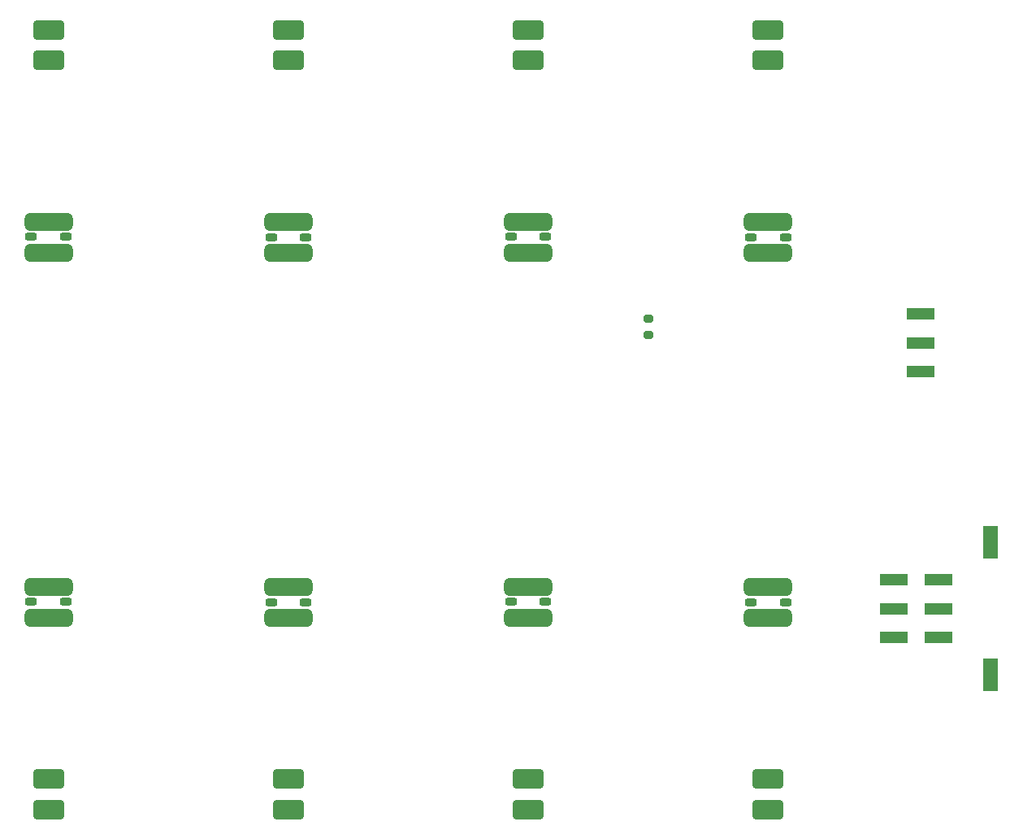
<source format=gbp>
%TF.GenerationSoftware,KiCad,Pcbnew,(6.0.11)*%
%TF.CreationDate,2023-07-04T18:20:15-04:00*%
%TF.ProjectId,Batt_Rev20,42617474-5f52-4657-9632-302e6b696361,rev?*%
%TF.SameCoordinates,Original*%
%TF.FileFunction,Paste,Bot*%
%TF.FilePolarity,Positive*%
%FSLAX46Y46*%
G04 Gerber Fmt 4.6, Leading zero omitted, Abs format (unit mm)*
G04 Created by KiCad (PCBNEW (6.0.11)) date 2023-07-04 18:20:15*
%MOMM*%
%LPD*%
G01*
G04 APERTURE LIST*
G04 Aperture macros list*
%AMRoundRect*
0 Rectangle with rounded corners*
0 $1 Rounding radius*
0 $2 $3 $4 $5 $6 $7 $8 $9 X,Y pos of 4 corners*
0 Add a 4 corners polygon primitive as box body*
4,1,4,$2,$3,$4,$5,$6,$7,$8,$9,$2,$3,0*
0 Add four circle primitives for the rounded corners*
1,1,$1+$1,$2,$3*
1,1,$1+$1,$4,$5*
1,1,$1+$1,$6,$7*
1,1,$1+$1,$8,$9*
0 Add four rect primitives between the rounded corners*
20,1,$1+$1,$2,$3,$4,$5,0*
20,1,$1+$1,$4,$5,$6,$7,0*
20,1,$1+$1,$6,$7,$8,$9,0*
20,1,$1+$1,$8,$9,$2,$3,0*%
G04 Aperture macros list end*
%ADD10R,2.920000X1.270000*%
%ADD11R,1.650000X3.430000*%
%ADD12RoundRect,0.450000X-2.050000X0.450000X-2.050000X-0.450000X2.050000X-0.450000X2.050000X0.450000X0*%
%ADD13RoundRect,0.400000X-1.250000X0.600000X-1.250000X-0.600000X1.250000X-0.600000X1.250000X0.600000X0*%
%ADD14RoundRect,0.200000X-0.400000X0.200000X-0.400000X-0.200000X0.400000X-0.200000X0.400000X0.200000X0*%
%ADD15RoundRect,0.400000X1.250000X-0.600000X1.250000X0.600000X-1.250000X0.600000X-1.250000X-0.600000X0*%
%ADD16RoundRect,0.450000X2.050000X-0.450000X2.050000X0.450000X-2.050000X0.450000X-2.050000X-0.450000X0*%
%ADD17RoundRect,0.200000X0.400000X-0.200000X0.400000X0.200000X-0.400000X0.200000X-0.400000X-0.200000X0*%
%ADD18RoundRect,0.200000X0.275000X-0.200000X0.275000X0.200000X-0.275000X0.200000X-0.275000X-0.200000X0*%
G04 APERTURE END LIST*
D10*
%TO.C,J1*%
X142715000Y-102700000D03*
X142715000Y-99700000D03*
X142715000Y-96700000D03*
X138085000Y-102700000D03*
X138085000Y-99700000D03*
X138085000Y-96700000D03*
D11*
X148185000Y-106585000D03*
X148185000Y-92815000D03*
%TD*%
D10*
%TO.C,J2*%
X140880000Y-75000000D03*
X140880000Y-72000000D03*
X140880000Y-69000000D03*
%TD*%
D12*
%TO.C,BT4*%
X125000000Y-62600000D03*
D13*
X125000000Y-42600000D03*
D14*
X126800000Y-61000000D03*
D12*
X125000000Y-59380000D03*
D13*
X125000000Y-39400000D03*
D14*
X123200000Y-61000000D03*
D13*
X125000000Y-120600000D03*
D12*
X125000000Y-100620000D03*
D13*
X125000000Y-117400000D03*
D12*
X125000000Y-97400000D03*
D14*
X126800000Y-99020000D03*
X123200000Y-99020000D03*
%TD*%
D12*
%TO.C,BT2*%
X75000000Y-62600000D03*
D14*
X73200000Y-61000000D03*
D13*
X75000000Y-39400000D03*
X75000000Y-42600000D03*
D12*
X75000000Y-59380000D03*
D14*
X76800000Y-61000000D03*
D12*
X75000000Y-100620000D03*
D14*
X76800000Y-99020000D03*
D13*
X75000000Y-117400000D03*
X75000000Y-120600000D03*
D12*
X75000000Y-97400000D03*
D14*
X73200000Y-99020000D03*
%TD*%
D15*
%TO.C,BT3*%
X100000000Y-120600000D03*
D16*
X100000000Y-100620000D03*
D17*
X98200000Y-99000000D03*
X101800000Y-99000000D03*
D16*
X100000000Y-97400000D03*
D15*
X100000000Y-117400000D03*
D16*
X100000000Y-59380000D03*
X100000000Y-62600000D03*
D17*
X101800000Y-60980000D03*
D15*
X100000000Y-39400000D03*
D17*
X98200000Y-60980000D03*
D15*
X100000000Y-42600000D03*
%TD*%
D16*
%TO.C,BT1*%
X50000000Y-100620000D03*
D15*
X50000000Y-120600000D03*
D17*
X48200000Y-99000000D03*
D16*
X50000000Y-97400000D03*
D15*
X50000000Y-117400000D03*
D17*
X51800000Y-99000000D03*
D15*
X50000000Y-39400000D03*
D16*
X50000000Y-59380000D03*
D15*
X50000000Y-42600000D03*
D17*
X51800000Y-60980000D03*
X48200000Y-60980000D03*
D16*
X50000000Y-62600000D03*
%TD*%
D18*
%TO.C,TH1*%
X112500000Y-71150000D03*
X112500000Y-69500000D03*
%TD*%
M02*

</source>
